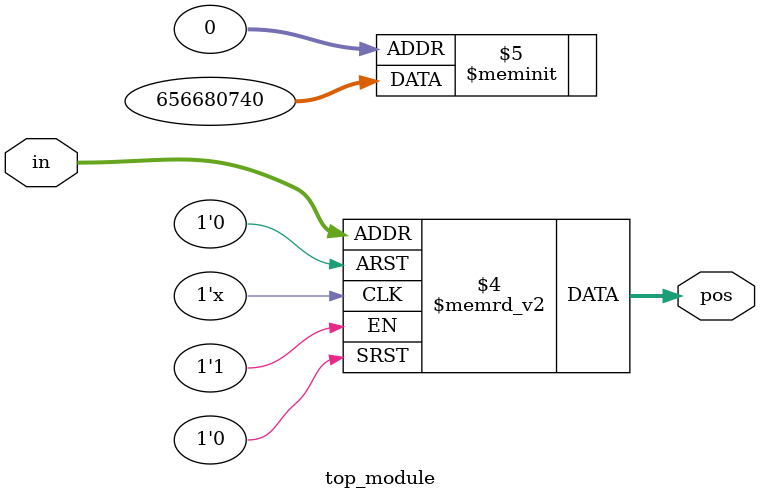
<source format=sv>
module top_module (
    input [3:0] in,
    output reg [1:0] pos
);

always @* begin
    case(in)
        4'b0000: pos = 2'b00;
        4'b0001: pos = 2'b01;
        4'b0010: pos = 2'b10;
        4'b0011: pos = 2'b00;
        4'b0100: pos = 2'b11;
        4'b0101: pos = 2'b01;
        4'b0110: pos = 2'b10;
        4'b0111: pos = 2'b00;
        4'b1000: pos = 2'b00;
        4'b1001: pos = 2'b01;
        4'b1010: pos = 2'b10;
        4'b1011: pos = 2'b00;
        4'b1100: pos = 2'b11;
        4'b1101: pos = 2'b01;
        4'b1110: pos = 2'b10;
        4'b1111: pos = 2'b00;
    endcase
end

endmodule

</source>
